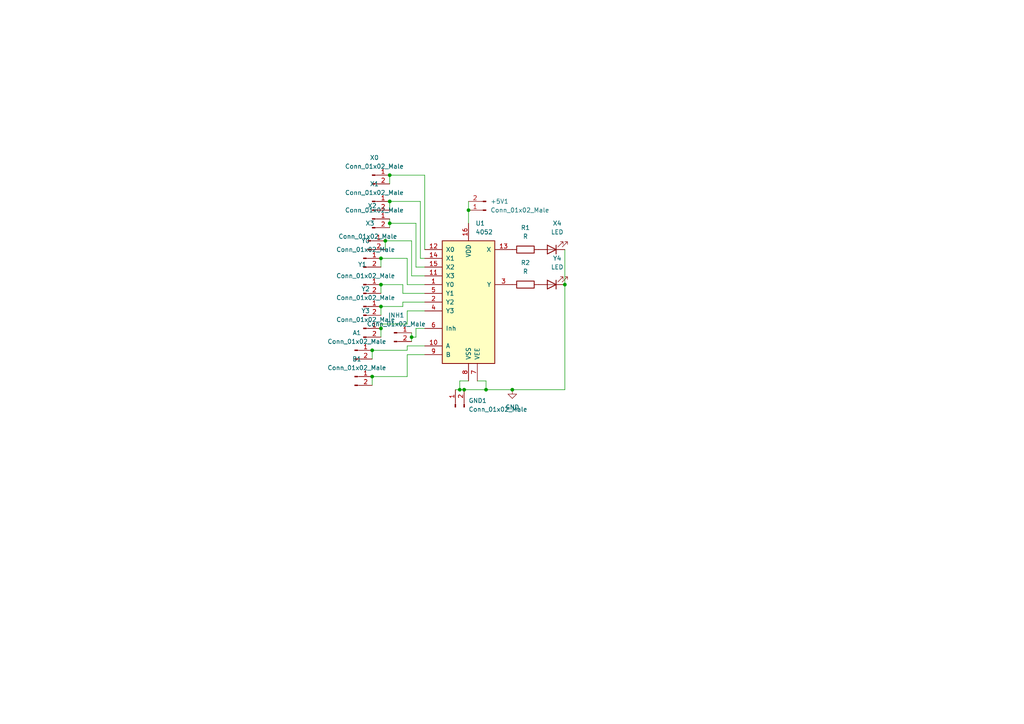
<source format=kicad_sch>
(kicad_sch (version 20211123) (generator eeschema)

  (uuid f8546152-3a66-4c84-acc6-67b6fa0aa69e)

  (paper "A4")

  (lib_symbols
    (symbol "4xxx:4052" (pin_names (offset 1.016)) (in_bom yes) (on_board yes)
      (property "Reference" "U" (id 0) (at -7.62 19.05 0)
        (effects (font (size 1.27 1.27)))
      )
      (property "Value" "4052" (id 1) (at -7.62 -19.05 0)
        (effects (font (size 1.27 1.27)))
      )
      (property "Footprint" "" (id 2) (at 0 0 0)
        (effects (font (size 1.27 1.27)) hide)
      )
      (property "Datasheet" "http://www.intersil.com/content/dam/Intersil/documents/cd40/cd4051bms-52bms-53bms.pdf" (id 3) (at 0 0 0)
        (effects (font (size 1.27 1.27)) hide)
      )
      (property "ki_locked" "" (id 4) (at 0 0 0)
        (effects (font (size 1.27 1.27)))
      )
      (property "ki_keywords" "CMOS MUX MUX4" (id 5) (at 0 0 0)
        (effects (font (size 1.27 1.27)) hide)
      )
      (property "ki_description" "Dual Analog Multiplexer 4 to 1 line" (id 6) (at 0 0 0)
        (effects (font (size 1.27 1.27)) hide)
      )
      (property "ki_fp_filters" "DIP?16*" (id 7) (at 0 0 0)
        (effects (font (size 1.27 1.27)) hide)
      )
      (symbol "4052_1_0"
        (pin passive line (at -12.7 5.08 0) (length 5.08)
          (name "Y0" (effects (font (size 1.27 1.27))))
          (number "1" (effects (font (size 1.27 1.27))))
        )
        (pin input line (at -12.7 -12.7 0) (length 5.08)
          (name "A" (effects (font (size 1.27 1.27))))
          (number "10" (effects (font (size 1.27 1.27))))
        )
        (pin passive line (at -12.7 7.62 0) (length 5.08)
          (name "X3" (effects (font (size 1.27 1.27))))
          (number "11" (effects (font (size 1.27 1.27))))
        )
        (pin passive line (at -12.7 15.24 0) (length 5.08)
          (name "X0" (effects (font (size 1.27 1.27))))
          (number "12" (effects (font (size 1.27 1.27))))
        )
        (pin passive line (at 12.7 15.24 180) (length 5.08)
          (name "X" (effects (font (size 1.27 1.27))))
          (number "13" (effects (font (size 1.27 1.27))))
        )
        (pin passive line (at -12.7 12.7 0) (length 5.08)
          (name "X1" (effects (font (size 1.27 1.27))))
          (number "14" (effects (font (size 1.27 1.27))))
        )
        (pin passive line (at -12.7 10.16 0) (length 5.08)
          (name "X2" (effects (font (size 1.27 1.27))))
          (number "15" (effects (font (size 1.27 1.27))))
        )
        (pin power_in line (at 0 22.86 270) (length 5.08)
          (name "VDD" (effects (font (size 1.27 1.27))))
          (number "16" (effects (font (size 1.27 1.27))))
        )
        (pin passive line (at -12.7 0 0) (length 5.08)
          (name "Y2" (effects (font (size 1.27 1.27))))
          (number "2" (effects (font (size 1.27 1.27))))
        )
        (pin passive line (at 12.7 5.08 180) (length 5.08)
          (name "Y" (effects (font (size 1.27 1.27))))
          (number "3" (effects (font (size 1.27 1.27))))
        )
        (pin passive line (at -12.7 -2.54 0) (length 5.08)
          (name "Y3" (effects (font (size 1.27 1.27))))
          (number "4" (effects (font (size 1.27 1.27))))
        )
        (pin passive line (at -12.7 2.54 0) (length 5.08)
          (name "Y1" (effects (font (size 1.27 1.27))))
          (number "5" (effects (font (size 1.27 1.27))))
        )
        (pin input line (at -12.7 -7.62 0) (length 5.08)
          (name "Inh" (effects (font (size 1.27 1.27))))
          (number "6" (effects (font (size 1.27 1.27))))
        )
        (pin power_in line (at 2.54 -22.86 90) (length 5.08)
          (name "VEE" (effects (font (size 1.27 1.27))))
          (number "7" (effects (font (size 1.27 1.27))))
        )
        (pin power_in line (at 0 -22.86 90) (length 5.08)
          (name "VSS" (effects (font (size 1.27 1.27))))
          (number "8" (effects (font (size 1.27 1.27))))
        )
        (pin input line (at -12.7 -15.24 0) (length 5.08)
          (name "B" (effects (font (size 1.27 1.27))))
          (number "9" (effects (font (size 1.27 1.27))))
        )
      )
      (symbol "4052_1_1"
        (rectangle (start -7.62 17.78) (end 7.62 -17.78)
          (stroke (width 0.254) (type default) (color 0 0 0 0))
          (fill (type background))
        )
      )
    )
    (symbol "Connector:Conn_01x02_Male" (pin_names (offset 1.016) hide) (in_bom yes) (on_board yes)
      (property "Reference" "J" (id 0) (at 0 2.54 0)
        (effects (font (size 1.27 1.27)))
      )
      (property "Value" "Conn_01x02_Male" (id 1) (at 0 -5.08 0)
        (effects (font (size 1.27 1.27)))
      )
      (property "Footprint" "" (id 2) (at 0 0 0)
        (effects (font (size 1.27 1.27)) hide)
      )
      (property "Datasheet" "~" (id 3) (at 0 0 0)
        (effects (font (size 1.27 1.27)) hide)
      )
      (property "ki_keywords" "connector" (id 4) (at 0 0 0)
        (effects (font (size 1.27 1.27)) hide)
      )
      (property "ki_description" "Generic connector, single row, 01x02, script generated (kicad-library-utils/schlib/autogen/connector/)" (id 5) (at 0 0 0)
        (effects (font (size 1.27 1.27)) hide)
      )
      (property "ki_fp_filters" "Connector*:*_1x??_*" (id 6) (at 0 0 0)
        (effects (font (size 1.27 1.27)) hide)
      )
      (symbol "Conn_01x02_Male_1_1"
        (polyline
          (pts
            (xy 1.27 -2.54)
            (xy 0.8636 -2.54)
          )
          (stroke (width 0.1524) (type default) (color 0 0 0 0))
          (fill (type none))
        )
        (polyline
          (pts
            (xy 1.27 0)
            (xy 0.8636 0)
          )
          (stroke (width 0.1524) (type default) (color 0 0 0 0))
          (fill (type none))
        )
        (rectangle (start 0.8636 -2.413) (end 0 -2.667)
          (stroke (width 0.1524) (type default) (color 0 0 0 0))
          (fill (type outline))
        )
        (rectangle (start 0.8636 0.127) (end 0 -0.127)
          (stroke (width 0.1524) (type default) (color 0 0 0 0))
          (fill (type outline))
        )
        (pin passive line (at 5.08 0 180) (length 3.81)
          (name "Pin_1" (effects (font (size 1.27 1.27))))
          (number "1" (effects (font (size 1.27 1.27))))
        )
        (pin passive line (at 5.08 -2.54 180) (length 3.81)
          (name "Pin_2" (effects (font (size 1.27 1.27))))
          (number "2" (effects (font (size 1.27 1.27))))
        )
      )
    )
    (symbol "Device:LED" (pin_numbers hide) (pin_names (offset 1.016) hide) (in_bom yes) (on_board yes)
      (property "Reference" "D" (id 0) (at 0 2.54 0)
        (effects (font (size 1.27 1.27)))
      )
      (property "Value" "LED" (id 1) (at 0 -2.54 0)
        (effects (font (size 1.27 1.27)))
      )
      (property "Footprint" "" (id 2) (at 0 0 0)
        (effects (font (size 1.27 1.27)) hide)
      )
      (property "Datasheet" "~" (id 3) (at 0 0 0)
        (effects (font (size 1.27 1.27)) hide)
      )
      (property "ki_keywords" "LED diode" (id 4) (at 0 0 0)
        (effects (font (size 1.27 1.27)) hide)
      )
      (property "ki_description" "Light emitting diode" (id 5) (at 0 0 0)
        (effects (font (size 1.27 1.27)) hide)
      )
      (property "ki_fp_filters" "LED* LED_SMD:* LED_THT:*" (id 6) (at 0 0 0)
        (effects (font (size 1.27 1.27)) hide)
      )
      (symbol "LED_0_1"
        (polyline
          (pts
            (xy -1.27 -1.27)
            (xy -1.27 1.27)
          )
          (stroke (width 0.254) (type default) (color 0 0 0 0))
          (fill (type none))
        )
        (polyline
          (pts
            (xy -1.27 0)
            (xy 1.27 0)
          )
          (stroke (width 0) (type default) (color 0 0 0 0))
          (fill (type none))
        )
        (polyline
          (pts
            (xy 1.27 -1.27)
            (xy 1.27 1.27)
            (xy -1.27 0)
            (xy 1.27 -1.27)
          )
          (stroke (width 0.254) (type default) (color 0 0 0 0))
          (fill (type none))
        )
        (polyline
          (pts
            (xy -3.048 -0.762)
            (xy -4.572 -2.286)
            (xy -3.81 -2.286)
            (xy -4.572 -2.286)
            (xy -4.572 -1.524)
          )
          (stroke (width 0) (type default) (color 0 0 0 0))
          (fill (type none))
        )
        (polyline
          (pts
            (xy -1.778 -0.762)
            (xy -3.302 -2.286)
            (xy -2.54 -2.286)
            (xy -3.302 -2.286)
            (xy -3.302 -1.524)
          )
          (stroke (width 0) (type default) (color 0 0 0 0))
          (fill (type none))
        )
      )
      (symbol "LED_1_1"
        (pin passive line (at -3.81 0 0) (length 2.54)
          (name "K" (effects (font (size 1.27 1.27))))
          (number "1" (effects (font (size 1.27 1.27))))
        )
        (pin passive line (at 3.81 0 180) (length 2.54)
          (name "A" (effects (font (size 1.27 1.27))))
          (number "2" (effects (font (size 1.27 1.27))))
        )
      )
    )
    (symbol "Device:R" (pin_numbers hide) (pin_names (offset 0)) (in_bom yes) (on_board yes)
      (property "Reference" "R" (id 0) (at 2.032 0 90)
        (effects (font (size 1.27 1.27)))
      )
      (property "Value" "R" (id 1) (at 0 0 90)
        (effects (font (size 1.27 1.27)))
      )
      (property "Footprint" "" (id 2) (at -1.778 0 90)
        (effects (font (size 1.27 1.27)) hide)
      )
      (property "Datasheet" "~" (id 3) (at 0 0 0)
        (effects (font (size 1.27 1.27)) hide)
      )
      (property "ki_keywords" "R res resistor" (id 4) (at 0 0 0)
        (effects (font (size 1.27 1.27)) hide)
      )
      (property "ki_description" "Resistor" (id 5) (at 0 0 0)
        (effects (font (size 1.27 1.27)) hide)
      )
      (property "ki_fp_filters" "R_*" (id 6) (at 0 0 0)
        (effects (font (size 1.27 1.27)) hide)
      )
      (symbol "R_0_1"
        (rectangle (start -1.016 -2.54) (end 1.016 2.54)
          (stroke (width 0.254) (type default) (color 0 0 0 0))
          (fill (type none))
        )
      )
      (symbol "R_1_1"
        (pin passive line (at 0 3.81 270) (length 1.27)
          (name "~" (effects (font (size 1.27 1.27))))
          (number "1" (effects (font (size 1.27 1.27))))
        )
        (pin passive line (at 0 -3.81 90) (length 1.27)
          (name "~" (effects (font (size 1.27 1.27))))
          (number "2" (effects (font (size 1.27 1.27))))
        )
      )
    )
    (symbol "power:GND" (power) (pin_names (offset 0)) (in_bom yes) (on_board yes)
      (property "Reference" "#PWR" (id 0) (at 0 -6.35 0)
        (effects (font (size 1.27 1.27)) hide)
      )
      (property "Value" "GND" (id 1) (at 0 -3.81 0)
        (effects (font (size 1.27 1.27)))
      )
      (property "Footprint" "" (id 2) (at 0 0 0)
        (effects (font (size 1.27 1.27)) hide)
      )
      (property "Datasheet" "" (id 3) (at 0 0 0)
        (effects (font (size 1.27 1.27)) hide)
      )
      (property "ki_keywords" "power-flag" (id 4) (at 0 0 0)
        (effects (font (size 1.27 1.27)) hide)
      )
      (property "ki_description" "Power symbol creates a global label with name \"GND\" , ground" (id 5) (at 0 0 0)
        (effects (font (size 1.27 1.27)) hide)
      )
      (symbol "GND_0_1"
        (polyline
          (pts
            (xy 0 0)
            (xy 0 -1.27)
            (xy 1.27 -1.27)
            (xy 0 -2.54)
            (xy -1.27 -1.27)
            (xy 0 -1.27)
          )
          (stroke (width 0) (type default) (color 0 0 0 0))
          (fill (type none))
        )
      )
      (symbol "GND_1_1"
        (pin power_in line (at 0 0 270) (length 0) hide
          (name "GND" (effects (font (size 1.27 1.27))))
          (number "1" (effects (font (size 1.27 1.27))))
        )
      )
    )
  )

  (junction (at 111.76 69.85) (diameter 0) (color 0 0 0 0)
    (uuid 0befd0c9-91ee-417b-980a-ca76599ba9cf)
  )
  (junction (at 110.49 88.9) (diameter 0) (color 0 0 0 0)
    (uuid 193eab22-0cd8-4271-8fb9-a2dbd29357cf)
  )
  (junction (at 148.59 113.03) (diameter 0) (color 0 0 0 0)
    (uuid 1d3a8870-804b-4c43-a3c2-d9aee3c398ed)
  )
  (junction (at 140.97 113.03) (diameter 0) (color 0 0 0 0)
    (uuid 30138682-80a0-4d6e-9f68-1287ecbdb74c)
  )
  (junction (at 133.35 113.03) (diameter 0) (color 0 0 0 0)
    (uuid 45b7e008-c36c-465f-be37-422d4a1661bf)
  )
  (junction (at 134.62 113.03) (diameter 0) (color 0 0 0 0)
    (uuid 5858ad41-fb93-4505-b38f-17819fe60d37)
  )
  (junction (at 135.89 60.96) (diameter 0) (color 0 0 0 0)
    (uuid 600e20f9-384d-4571-803d-d804e4711a91)
  )
  (junction (at 113.03 58.42) (diameter 0) (color 0 0 0 0)
    (uuid 63482cf0-38c9-40ef-b8b9-ae12ffde615c)
  )
  (junction (at 113.03 50.8) (diameter 0) (color 0 0 0 0)
    (uuid 73f5f1d4-64b1-475c-9c61-25c085231fc7)
  )
  (junction (at 110.49 74.93) (diameter 0) (color 0 0 0 0)
    (uuid 8bf81c29-ac16-40b7-8d95-e5dd6b976c1e)
  )
  (junction (at 107.95 101.6) (diameter 0) (color 0 0 0 0)
    (uuid 97d79115-f8b2-4730-bdac-9614b69a42ec)
  )
  (junction (at 107.95 109.22) (diameter 0) (color 0 0 0 0)
    (uuid 9c6ba976-6de5-4a86-a3da-413073ae8de7)
  )
  (junction (at 163.83 82.55) (diameter 0) (color 0 0 0 0)
    (uuid a5d9545f-db32-438a-b4fd-e6f30498fb97)
  )
  (junction (at 110.49 95.25) (diameter 0) (color 0 0 0 0)
    (uuid db140c22-eb0b-44ec-ad69-28fdb01a05cd)
  )
  (junction (at 113.03 64.77) (diameter 0) (color 0 0 0 0)
    (uuid e19de826-672f-49cb-ba0a-9feb3bf8fb5a)
  )
  (junction (at 119.38 97.79) (diameter 0) (color 0 0 0 0)
    (uuid e5981e83-f13a-41ce-94ce-01dc92791785)
  )
  (junction (at 110.49 82.55) (diameter 0) (color 0 0 0 0)
    (uuid f9eace6e-3b0e-48d1-bda0-cd7fe8289f21)
  )

  (wire (pts (xy 110.49 88.9) (xy 110.49 91.44))
    (stroke (width 0) (type default) (color 0 0 0 0))
    (uuid 01ece6b9-0d4f-4c59-bb5f-38146d7ff1c7)
  )
  (wire (pts (xy 113.03 64.77) (xy 113.03 66.04))
    (stroke (width 0) (type default) (color 0 0 0 0))
    (uuid 05ddd34b-c69d-4653-b173-9f32c9a4d243)
  )
  (wire (pts (xy 116.84 82.55) (xy 116.84 85.09))
    (stroke (width 0) (type default) (color 0 0 0 0))
    (uuid 072247b3-1b00-49a7-94e2-64a7ec5f0300)
  )
  (wire (pts (xy 163.83 72.39) (xy 163.83 82.55))
    (stroke (width 0) (type default) (color 0 0 0 0))
    (uuid 0b711245-3ff1-4106-94fa-ea5551807d95)
  )
  (wire (pts (xy 123.19 77.47) (xy 120.65 77.47))
    (stroke (width 0) (type default) (color 0 0 0 0))
    (uuid 134a0d7c-cbd1-476b-b1eb-371cf10bf1d5)
  )
  (wire (pts (xy 110.49 95.25) (xy 110.49 93.98))
    (stroke (width 0) (type default) (color 0 0 0 0))
    (uuid 15af85e5-e97f-4ba6-a390-e50e8e383278)
  )
  (wire (pts (xy 120.65 95.25) (xy 120.65 97.79))
    (stroke (width 0) (type default) (color 0 0 0 0))
    (uuid 1c057242-560d-47d6-b5d3-a49a31ad3f08)
  )
  (wire (pts (xy 135.89 110.49) (xy 133.35 110.49))
    (stroke (width 0) (type default) (color 0 0 0 0))
    (uuid 226d3722-371f-4fd3-820a-c3713948ab95)
  )
  (wire (pts (xy 110.49 77.47) (xy 110.49 74.93))
    (stroke (width 0) (type default) (color 0 0 0 0))
    (uuid 22e5b57e-aae9-4031-a758-ba0438a1369c)
  )
  (wire (pts (xy 163.83 82.55) (xy 163.83 113.03))
    (stroke (width 0) (type default) (color 0 0 0 0))
    (uuid 27d4da8e-ec45-4dbf-a77a-25f2dcf50b65)
  )
  (wire (pts (xy 116.84 85.09) (xy 123.19 85.09))
    (stroke (width 0) (type default) (color 0 0 0 0))
    (uuid 280ed469-2622-43f5-a43e-079b2b673202)
  )
  (wire (pts (xy 119.38 96.52) (xy 119.38 97.79))
    (stroke (width 0) (type default) (color 0 0 0 0))
    (uuid 285b66cc-c2b5-4840-b374-f50d29416a34)
  )
  (wire (pts (xy 116.84 87.63) (xy 123.19 87.63))
    (stroke (width 0) (type default) (color 0 0 0 0))
    (uuid 29358fcb-20a7-45fd-b2c3-f8bc0367ed73)
  )
  (wire (pts (xy 113.03 58.42) (xy 113.03 60.96))
    (stroke (width 0) (type default) (color 0 0 0 0))
    (uuid 3178a451-a4a6-4e85-8da3-e0e7ffde38b2)
  )
  (wire (pts (xy 110.49 95.25) (xy 110.49 97.79))
    (stroke (width 0) (type default) (color 0 0 0 0))
    (uuid 33ebd113-7fa6-484e-b083-a49ad8472fbb)
  )
  (wire (pts (xy 118.11 93.98) (xy 118.11 90.17))
    (stroke (width 0) (type default) (color 0 0 0 0))
    (uuid 367351ec-aa54-43fa-88b7-c6a107b8fe68)
  )
  (wire (pts (xy 121.92 58.42) (xy 121.92 74.93))
    (stroke (width 0) (type default) (color 0 0 0 0))
    (uuid 36dcc49e-34d4-4aee-a536-d2f9745c905e)
  )
  (wire (pts (xy 118.11 102.87) (xy 123.19 102.87))
    (stroke (width 0) (type default) (color 0 0 0 0))
    (uuid 3801de25-3c3a-4e6c-a1bb-baf71ac4ed0c)
  )
  (wire (pts (xy 140.97 113.03) (xy 148.59 113.03))
    (stroke (width 0) (type default) (color 0 0 0 0))
    (uuid 3a6331f1-9739-4584-bae1-696dda2d3bd2)
  )
  (wire (pts (xy 132.08 113.03) (xy 133.35 113.03))
    (stroke (width 0) (type default) (color 0 0 0 0))
    (uuid 3ca7f901-16db-4e0b-a922-11c9f7ffdf16)
  )
  (wire (pts (xy 118.11 100.33) (xy 123.19 100.33))
    (stroke (width 0) (type default) (color 0 0 0 0))
    (uuid 49fd597e-7c1a-4867-86d8-30bf6e289f25)
  )
  (wire (pts (xy 123.19 72.39) (xy 123.19 50.8))
    (stroke (width 0) (type default) (color 0 0 0 0))
    (uuid 4c22df05-d913-4d22-898e-81871a917cd9)
  )
  (wire (pts (xy 110.49 74.93) (xy 118.11 74.93))
    (stroke (width 0) (type default) (color 0 0 0 0))
    (uuid 4ea98dd5-28c7-4d6e-8799-9c39e5f917c0)
  )
  (wire (pts (xy 119.38 97.79) (xy 119.38 99.06))
    (stroke (width 0) (type default) (color 0 0 0 0))
    (uuid 51a1ac9e-1d54-4868-bf66-0883baa7e642)
  )
  (wire (pts (xy 148.59 113.03) (xy 163.83 113.03))
    (stroke (width 0) (type default) (color 0 0 0 0))
    (uuid 5646ce5b-2624-468d-9c0f-3b517c0849c8)
  )
  (wire (pts (xy 135.89 60.96) (xy 135.89 64.77))
    (stroke (width 0) (type default) (color 0 0 0 0))
    (uuid 58a4f396-a641-4a59-bb01-401f737d87ed)
  )
  (wire (pts (xy 123.19 50.8) (xy 113.03 50.8))
    (stroke (width 0) (type default) (color 0 0 0 0))
    (uuid 59652d15-bdc0-42d9-a309-0af9030acc9b)
  )
  (wire (pts (xy 111.76 69.85) (xy 119.38 69.85))
    (stroke (width 0) (type default) (color 0 0 0 0))
    (uuid 59c2a0a1-84e9-4c0d-ba12-d3ba427e64b4)
  )
  (wire (pts (xy 133.35 110.49) (xy 133.35 113.03))
    (stroke (width 0) (type default) (color 0 0 0 0))
    (uuid 59d90307-e553-49df-b20d-639e56fdd6ba)
  )
  (wire (pts (xy 110.49 88.9) (xy 116.84 88.9))
    (stroke (width 0) (type default) (color 0 0 0 0))
    (uuid 5c27ffab-d4a4-4784-8ca5-f89fa18d92b2)
  )
  (wire (pts (xy 118.11 90.17) (xy 123.19 90.17))
    (stroke (width 0) (type default) (color 0 0 0 0))
    (uuid 5d5b6e4e-07d9-4ab7-8519-070cef02e460)
  )
  (wire (pts (xy 119.38 80.01) (xy 123.19 80.01))
    (stroke (width 0) (type default) (color 0 0 0 0))
    (uuid 5ec2f50e-1b4f-4a1e-9106-73c2cd888cce)
  )
  (wire (pts (xy 111.76 69.85) (xy 111.76 72.39))
    (stroke (width 0) (type default) (color 0 0 0 0))
    (uuid 669c88af-b1e6-431f-b975-06e6b9b87ed6)
  )
  (wire (pts (xy 119.38 69.85) (xy 119.38 80.01))
    (stroke (width 0) (type default) (color 0 0 0 0))
    (uuid 69f7fbf0-b9cc-42f1-ab81-b1c607db58d3)
  )
  (wire (pts (xy 113.03 63.5) (xy 113.03 64.77))
    (stroke (width 0) (type default) (color 0 0 0 0))
    (uuid 6aa27c1b-bb2c-4de1-be32-900fdbeb8c32)
  )
  (wire (pts (xy 121.92 74.93) (xy 123.19 74.93))
    (stroke (width 0) (type default) (color 0 0 0 0))
    (uuid 6aa82780-572c-4673-a648-e0f28e9c2309)
  )
  (wire (pts (xy 118.11 82.55) (xy 123.19 82.55))
    (stroke (width 0) (type default) (color 0 0 0 0))
    (uuid 6dd63bfa-a80e-4ce7-9240-126bb8721347)
  )
  (wire (pts (xy 134.62 113.03) (xy 140.97 113.03))
    (stroke (width 0) (type default) (color 0 0 0 0))
    (uuid 729b5abe-5f7c-40d0-b998-1eaa38db36f7)
  )
  (wire (pts (xy 107.95 109.22) (xy 107.95 111.76))
    (stroke (width 0) (type default) (color 0 0 0 0))
    (uuid 7b8f5a46-d88a-4fda-b182-a03ec6e10eac)
  )
  (wire (pts (xy 140.97 110.49) (xy 140.97 113.03))
    (stroke (width 0) (type default) (color 0 0 0 0))
    (uuid 7cc5d9ca-1174-4f05-92a5-9f3ee1ee1f5c)
  )
  (wire (pts (xy 118.11 101.6) (xy 118.11 100.33))
    (stroke (width 0) (type default) (color 0 0 0 0))
    (uuid 837b40c4-75c9-45ec-a54d-8577ac80a61b)
  )
  (wire (pts (xy 107.95 101.6) (xy 107.95 104.14))
    (stroke (width 0) (type default) (color 0 0 0 0))
    (uuid 8a6e6c41-00c0-46e7-86fc-6de5b5806725)
  )
  (wire (pts (xy 118.11 74.93) (xy 118.11 82.55))
    (stroke (width 0) (type default) (color 0 0 0 0))
    (uuid 9737cdf6-c2bc-44bc-9cd9-07bec3bb9858)
  )
  (wire (pts (xy 113.03 50.8) (xy 113.03 53.34))
    (stroke (width 0) (type default) (color 0 0 0 0))
    (uuid a99c9317-3d53-4524-995d-22947ff81210)
  )
  (wire (pts (xy 110.49 82.55) (xy 110.49 85.09))
    (stroke (width 0) (type default) (color 0 0 0 0))
    (uuid aa7c9949-f220-41bd-9713-9905de0b7a6d)
  )
  (wire (pts (xy 107.95 109.22) (xy 118.11 109.22))
    (stroke (width 0) (type default) (color 0 0 0 0))
    (uuid b06531a0-5420-47b1-ab3c-1324ad6a1f94)
  )
  (wire (pts (xy 135.89 58.42) (xy 135.89 60.96))
    (stroke (width 0) (type default) (color 0 0 0 0))
    (uuid b4d54a49-19fa-4968-8132-1f79bcd9b973)
  )
  (wire (pts (xy 116.84 88.9) (xy 116.84 87.63))
    (stroke (width 0) (type default) (color 0 0 0 0))
    (uuid c993acb6-e942-402f-aeb5-c73218db5dd1)
  )
  (wire (pts (xy 110.49 93.98) (xy 118.11 93.98))
    (stroke (width 0) (type default) (color 0 0 0 0))
    (uuid cad5bb4b-2bb3-4221-99be-3b8909244048)
  )
  (wire (pts (xy 110.49 82.55) (xy 116.84 82.55))
    (stroke (width 0) (type default) (color 0 0 0 0))
    (uuid cb0268a7-b1fe-4f8f-80e2-565e1b5b843d)
  )
  (wire (pts (xy 120.65 64.77) (xy 120.65 77.47))
    (stroke (width 0) (type default) (color 0 0 0 0))
    (uuid cd15cea9-2e5d-4691-9e38-deb0cdd46aa7)
  )
  (wire (pts (xy 107.95 101.6) (xy 118.11 101.6))
    (stroke (width 0) (type default) (color 0 0 0 0))
    (uuid d0af5e26-511e-4740-9f58-c7e2c7bf1775)
  )
  (wire (pts (xy 138.43 110.49) (xy 140.97 110.49))
    (stroke (width 0) (type default) (color 0 0 0 0))
    (uuid d2cc2526-3390-463a-a311-0aecc2ee24e3)
  )
  (wire (pts (xy 118.11 109.22) (xy 118.11 102.87))
    (stroke (width 0) (type default) (color 0 0 0 0))
    (uuid d45999a7-5b10-476a-ac68-8247492404fe)
  )
  (wire (pts (xy 123.19 95.25) (xy 120.65 95.25))
    (stroke (width 0) (type default) (color 0 0 0 0))
    (uuid d828d316-2e37-4ab1-a685-2bd686ae20e4)
  )
  (wire (pts (xy 113.03 64.77) (xy 120.65 64.77))
    (stroke (width 0) (type default) (color 0 0 0 0))
    (uuid e2a3de1e-2a37-46a2-acee-f9a9b91bca4e)
  )
  (wire (pts (xy 120.65 97.79) (xy 119.38 97.79))
    (stroke (width 0) (type default) (color 0 0 0 0))
    (uuid e420a9ae-1ae1-4a6e-a23e-a387050992a8)
  )
  (wire (pts (xy 133.35 113.03) (xy 134.62 113.03))
    (stroke (width 0) (type default) (color 0 0 0 0))
    (uuid e6e904d5-a0b0-484a-8fa8-25a7659dfc10)
  )
  (wire (pts (xy 113.03 58.42) (xy 121.92 58.42))
    (stroke (width 0) (type default) (color 0 0 0 0))
    (uuid f8dfc006-0911-4e94-a67d-d5f77ce1f8da)
  )

  (symbol (lib_id "Device:R") (at 152.4 82.55 90) (unit 1)
    (in_bom yes) (on_board yes) (fields_autoplaced)
    (uuid 000fc9ef-02d0-4068-9fd6-9dcf5e76b237)
    (property "Reference" "R2" (id 0) (at 152.4 76.2 90))
    (property "Value" "R" (id 1) (at 152.4 78.74 90))
    (property "Footprint" "Resistor_THT:R_Axial_DIN0207_L6.3mm_D2.5mm_P10.16mm_Horizontal" (id 2) (at 152.4 84.328 90)
      (effects (font (size 1.27 1.27)) hide)
    )
    (property "Datasheet" "~" (id 3) (at 152.4 82.55 0)
      (effects (font (size 1.27 1.27)) hide)
    )
    (pin "1" (uuid 84b4acac-963d-4651-aacd-4b19f32b32ac))
    (pin "2" (uuid 4de09202-d588-47d6-9766-da455eefda15))
  )

  (symbol (lib_id "Connector:Conn_01x02_Male") (at 114.3 96.52 0) (unit 1)
    (in_bom yes) (on_board yes) (fields_autoplaced)
    (uuid 0519d80f-5820-420c-bd48-c5eec9bb7191)
    (property "Reference" "INH1" (id 0) (at 114.935 91.44 0))
    (property "Value" "Conn_01x02_Male" (id 1) (at 114.935 93.98 0))
    (property "Footprint" "Connector_PinHeader_2.54mm:PinHeader_1x02_P2.54mm_Vertical" (id 2) (at 114.3 96.52 0)
      (effects (font (size 1.27 1.27)) hide)
    )
    (property "Datasheet" "~" (id 3) (at 114.3 96.52 0)
      (effects (font (size 1.27 1.27)) hide)
    )
    (pin "1" (uuid 82c4efe7-c943-4d90-8aaf-140880d976c8))
    (pin "2" (uuid debd891c-a9cb-4b55-b771-6acda449332e))
  )

  (symbol (lib_id "Connector:Conn_01x02_Male") (at 105.41 88.9 0) (unit 1)
    (in_bom yes) (on_board yes) (fields_autoplaced)
    (uuid 24abad6e-4903-495c-b312-f1085840791d)
    (property "Reference" "Y2" (id 0) (at 106.045 83.82 0))
    (property "Value" "Conn_01x02_Male" (id 1) (at 106.045 86.36 0))
    (property "Footprint" "Connector_PinHeader_2.54mm:PinHeader_1x02_P2.54mm_Vertical" (id 2) (at 105.41 88.9 0)
      (effects (font (size 1.27 1.27)) hide)
    )
    (property "Datasheet" "~" (id 3) (at 105.41 88.9 0)
      (effects (font (size 1.27 1.27)) hide)
    )
    (pin "1" (uuid c6227fdf-2afb-4f55-b081-1ce60efbd19f))
    (pin "2" (uuid 2c65291b-f7e2-4efd-bd91-6d7d4889da8a))
  )

  (symbol (lib_id "Device:LED") (at 160.02 82.55 180) (unit 1)
    (in_bom yes) (on_board yes) (fields_autoplaced)
    (uuid 292ce890-b806-48c1-9c3c-d49e04d11029)
    (property "Reference" "Y4" (id 0) (at 161.6075 74.93 0))
    (property "Value" "LED" (id 1) (at 161.6075 77.47 0))
    (property "Footprint" "LED_THT:LED_D5.0mm" (id 2) (at 160.02 82.55 0)
      (effects (font (size 1.27 1.27)) hide)
    )
    (property "Datasheet" "~" (id 3) (at 160.02 82.55 0)
      (effects (font (size 1.27 1.27)) hide)
    )
    (pin "1" (uuid c5f3c09c-0e28-4072-8012-8e6930d25b7d))
    (pin "2" (uuid 3b0f43c8-7ebe-49f2-87ea-1c6118435cc0))
  )

  (symbol (lib_id "Connector:Conn_01x02_Male") (at 105.41 82.55 0) (unit 1)
    (in_bom yes) (on_board yes)
    (uuid 2bf257fa-1513-4034-8569-d9afc67e1a50)
    (property "Reference" "Y1" (id 0) (at 105.0722 76.7093 0))
    (property "Value" "Conn_01x02_Male" (id 1) (at 106.045 80.01 0))
    (property "Footprint" "Connector_PinHeader_2.54mm:PinHeader_1x02_P2.54mm_Vertical" (id 2) (at 105.41 82.55 0)
      (effects (font (size 1.27 1.27)) hide)
    )
    (property "Datasheet" "~" (id 3) (at 105.41 82.55 0)
      (effects (font (size 1.27 1.27)) hide)
    )
    (pin "1" (uuid d9fa78e8-8a1b-42d0-a246-6161f7468f7a))
    (pin "2" (uuid 2b9b93af-9d32-49f0-828b-30b5bcf127d8))
  )

  (symbol (lib_id "power:GND") (at 148.59 113.03 0) (unit 1)
    (in_bom yes) (on_board yes) (fields_autoplaced)
    (uuid 50f32ed8-33e4-4671-9e00-acd4f648a2bf)
    (property "Reference" "#PWR0101" (id 0) (at 148.59 119.38 0)
      (effects (font (size 1.27 1.27)) hide)
    )
    (property "Value" "GND" (id 1) (at 148.59 118.11 0))
    (property "Footprint" "" (id 2) (at 148.59 113.03 0)
      (effects (font (size 1.27 1.27)) hide)
    )
    (property "Datasheet" "" (id 3) (at 148.59 113.03 0)
      (effects (font (size 1.27 1.27)) hide)
    )
    (pin "1" (uuid 39c18967-1621-48ed-85c0-0d22b74b112e))
  )

  (symbol (lib_id "Connector:Conn_01x02_Male") (at 106.68 69.85 0) (unit 1)
    (in_bom yes) (on_board yes)
    (uuid 541215b5-0b71-4141-8e3e-1b5cd7d63980)
    (property "Reference" "X3" (id 0) (at 107.315 64.77 0))
    (property "Value" "Conn_01x02_Male" (id 1) (at 106.68 68.58 0))
    (property "Footprint" "Connector_PinHeader_2.54mm:PinHeader_1x02_P2.54mm_Vertical" (id 2) (at 106.68 69.85 0)
      (effects (font (size 1.27 1.27)) hide)
    )
    (property "Datasheet" "~" (id 3) (at 106.68 69.85 0)
      (effects (font (size 1.27 1.27)) hide)
    )
    (pin "1" (uuid 491f265f-70c0-4eb7-88b2-6614112a6200))
    (pin "2" (uuid 0a42f4cb-f4eb-4a4b-b761-a2e587edd90f))
  )

  (symbol (lib_id "Connector:Conn_01x02_Male") (at 132.08 118.11 90) (unit 1)
    (in_bom yes) (on_board yes) (fields_autoplaced)
    (uuid 5ecfc3f0-d998-4f8c-b7ed-c4db27affb50)
    (property "Reference" "GND1" (id 0) (at 135.89 116.2049 90)
      (effects (font (size 1.27 1.27)) (justify right))
    )
    (property "Value" "Conn_01x02_Male" (id 1) (at 135.89 118.7449 90)
      (effects (font (size 1.27 1.27)) (justify right))
    )
    (property "Footprint" "Connector_PinHeader_2.54mm:PinHeader_1x02_P2.54mm_Vertical" (id 2) (at 132.08 118.11 0)
      (effects (font (size 1.27 1.27)) hide)
    )
    (property "Datasheet" "~" (id 3) (at 132.08 118.11 0)
      (effects (font (size 1.27 1.27)) hide)
    )
    (pin "1" (uuid da999986-f19f-47a3-9321-0f6ec367cc95))
    (pin "2" (uuid d7d786fe-3105-48b5-8a71-def0d7eb124e))
  )

  (symbol (lib_id "Connector:Conn_01x02_Male") (at 102.87 101.6 0) (unit 1)
    (in_bom yes) (on_board yes) (fields_autoplaced)
    (uuid 6af5a540-4f06-4cf8-a19b-e4ebcf4c2836)
    (property "Reference" "A1" (id 0) (at 103.505 96.52 0))
    (property "Value" "Conn_01x02_Male" (id 1) (at 103.505 99.06 0))
    (property "Footprint" "Connector_PinHeader_2.54mm:PinHeader_1x02_P2.54mm_Vertical" (id 2) (at 102.87 101.6 0)
      (effects (font (size 1.27 1.27)) hide)
    )
    (property "Datasheet" "~" (id 3) (at 102.87 101.6 0)
      (effects (font (size 1.27 1.27)) hide)
    )
    (pin "1" (uuid e6ada820-3cc7-4b37-84e6-3850fb005f11))
    (pin "2" (uuid c7bc5b84-59f8-479f-be91-b6a8f8c153f2))
  )

  (symbol (lib_id "Connector:Conn_01x02_Male") (at 107.95 50.8 0) (unit 1)
    (in_bom yes) (on_board yes) (fields_autoplaced)
    (uuid 9624a28d-47b1-49aa-bb0d-162f2ae5bc91)
    (property "Reference" "X0" (id 0) (at 108.585 45.72 0))
    (property "Value" "Conn_01x02_Male" (id 1) (at 108.585 48.26 0))
    (property "Footprint" "Connector_PinHeader_2.54mm:PinHeader_1x02_P2.54mm_Vertical" (id 2) (at 107.95 50.8 0)
      (effects (font (size 1.27 1.27)) hide)
    )
    (property "Datasheet" "~" (id 3) (at 107.95 50.8 0)
      (effects (font (size 1.27 1.27)) hide)
    )
    (pin "1" (uuid 4693153e-efb0-4b4d-8b18-4aac22221880))
    (pin "2" (uuid aa9249b0-a1bb-4193-a184-b85507e190cd))
  )

  (symbol (lib_id "Device:R") (at 152.4 72.39 90) (unit 1)
    (in_bom yes) (on_board yes) (fields_autoplaced)
    (uuid a4415652-baa2-4139-86f2-859af2478c59)
    (property "Reference" "R1" (id 0) (at 152.4 66.04 90))
    (property "Value" "R" (id 1) (at 152.4 68.58 90))
    (property "Footprint" "Resistor_THT:R_Axial_DIN0207_L6.3mm_D2.5mm_P10.16mm_Horizontal" (id 2) (at 152.4 74.168 90)
      (effects (font (size 1.27 1.27)) hide)
    )
    (property "Datasheet" "~" (id 3) (at 152.4 72.39 0)
      (effects (font (size 1.27 1.27)) hide)
    )
    (pin "1" (uuid 456a71fa-8053-4bdd-b1ad-9a0e6f64d32d))
    (pin "2" (uuid 6fe70c81-2cf5-4803-b4d8-8865609ef71e))
  )

  (symbol (lib_id "Connector:Conn_01x02_Male") (at 105.41 95.25 0) (unit 1)
    (in_bom yes) (on_board yes) (fields_autoplaced)
    (uuid ae3c5414-febf-49cd-a146-650e81ffbe91)
    (property "Reference" "Y3" (id 0) (at 106.045 90.17 0))
    (property "Value" "Conn_01x02_Male" (id 1) (at 106.045 92.71 0))
    (property "Footprint" "Connector_PinHeader_2.54mm:PinHeader_1x02_P2.54mm_Vertical" (id 2) (at 105.41 95.25 0)
      (effects (font (size 1.27 1.27)) hide)
    )
    (property "Datasheet" "~" (id 3) (at 105.41 95.25 0)
      (effects (font (size 1.27 1.27)) hide)
    )
    (pin "1" (uuid efece5fe-ec70-446a-bd35-e4223df9770e))
    (pin "2" (uuid 073f7adb-41e4-4ab7-8d67-0611595e701c))
  )

  (symbol (lib_id "Device:LED") (at 160.02 72.39 180) (unit 1)
    (in_bom yes) (on_board yes) (fields_autoplaced)
    (uuid b253af4c-0511-411c-b208-9dcab8e5511e)
    (property "Reference" "X4" (id 0) (at 161.6075 64.77 0))
    (property "Value" "LED" (id 1) (at 161.6075 67.31 0))
    (property "Footprint" "LED_THT:LED_D5.0mm" (id 2) (at 160.02 72.39 0)
      (effects (font (size 1.27 1.27)) hide)
    )
    (property "Datasheet" "~" (id 3) (at 160.02 72.39 0)
      (effects (font (size 1.27 1.27)) hide)
    )
    (pin "1" (uuid ff6edfa4-882f-4ca5-a6d5-19c0c0ba3dcc))
    (pin "2" (uuid caf971cc-b460-4046-bfaf-63c473fccb3f))
  )

  (symbol (lib_id "Connector:Conn_01x02_Male") (at 105.41 74.93 0) (unit 1)
    (in_bom yes) (on_board yes) (fields_autoplaced)
    (uuid b601cead-e63a-4e1e-a7eb-85c34d34889c)
    (property "Reference" "Y0" (id 0) (at 106.045 69.85 0))
    (property "Value" "Conn_01x02_Male" (id 1) (at 106.045 72.39 0))
    (property "Footprint" "Connector_PinHeader_2.54mm:PinHeader_1x02_P2.54mm_Vertical" (id 2) (at 105.41 74.93 0)
      (effects (font (size 1.27 1.27)) hide)
    )
    (property "Datasheet" "~" (id 3) (at 105.41 74.93 0)
      (effects (font (size 1.27 1.27)) hide)
    )
    (pin "1" (uuid 2c296041-4dba-40ca-b70d-0a5105a8cc53))
    (pin "2" (uuid 944ab8d0-a81f-49c3-a5c4-48d55c38369e))
  )

  (symbol (lib_id "Connector:Conn_01x02_Male") (at 107.95 58.42 0) (unit 1)
    (in_bom yes) (on_board yes) (fields_autoplaced)
    (uuid c155d7ed-e996-4aba-9734-ef47fcb2f08e)
    (property "Reference" "X1" (id 0) (at 108.585 53.34 0))
    (property "Value" "Conn_01x02_Male" (id 1) (at 108.585 55.88 0))
    (property "Footprint" "Connector_PinHeader_2.54mm:PinHeader_1x02_P2.54mm_Vertical" (id 2) (at 107.95 58.42 0)
      (effects (font (size 1.27 1.27)) hide)
    )
    (property "Datasheet" "~" (id 3) (at 107.95 58.42 0)
      (effects (font (size 1.27 1.27)) hide)
    )
    (pin "1" (uuid 2f7e713c-ca09-4c14-a945-e4c08323d8f3))
    (pin "2" (uuid e3839a54-6f3e-4073-be54-b61296bc8e92))
  )

  (symbol (lib_id "Connector:Conn_01x02_Male") (at 107.95 63.5 0) (unit 1)
    (in_bom yes) (on_board yes)
    (uuid c2be95ea-2729-4997-8198-381e47fb9605)
    (property "Reference" "X2" (id 0) (at 107.95 59.69 0))
    (property "Value" "Conn_01x02_Male" (id 1) (at 108.585 60.96 0))
    (property "Footprint" "Connector_PinHeader_2.54mm:PinHeader_1x02_P2.54mm_Vertical" (id 2) (at 107.95 63.5 0)
      (effects (font (size 1.27 1.27)) hide)
    )
    (property "Datasheet" "~" (id 3) (at 107.95 63.5 0)
      (effects (font (size 1.27 1.27)) hide)
    )
    (pin "1" (uuid 0fd7a6e5-414d-4d11-979f-ad5b418713d4))
    (pin "2" (uuid 55cd17ed-0814-49bb-96e9-4d409964d9ee))
  )

  (symbol (lib_id "4xxx:4052") (at 135.89 87.63 0) (unit 1)
    (in_bom yes) (on_board yes) (fields_autoplaced)
    (uuid cb9cdd9e-b6d4-4dd6-b384-2c8411254c7a)
    (property "Reference" "U1" (id 0) (at 137.9094 64.77 0)
      (effects (font (size 1.27 1.27)) (justify left))
    )
    (property "Value" "4052" (id 1) (at 137.9094 67.31 0)
      (effects (font (size 1.27 1.27)) (justify left))
    )
    (property "Footprint" "Package_DIP:DIP-16_W7.62mm" (id 2) (at 135.89 87.63 0)
      (effects (font (size 1.27 1.27)) hide)
    )
    (property "Datasheet" "http://www.intersil.com/content/dam/Intersil/documents/cd40/cd4051bms-52bms-53bms.pdf" (id 3) (at 135.89 87.63 0)
      (effects (font (size 1.27 1.27)) hide)
    )
    (pin "1" (uuid a894327b-ac8f-4b8e-92d8-ed9be4316781))
    (pin "10" (uuid a69d2635-bef5-4914-b283-1e5864fde2ad))
    (pin "11" (uuid a4f4c7e9-c073-4996-a7ad-f92050cd5319))
    (pin "12" (uuid cee092ce-cc93-47d7-975b-acd5569eded3))
    (pin "13" (uuid 690e39c4-8de8-427c-84da-383ee34453f7))
    (pin "14" (uuid a568ef1a-7dac-41a9-bc23-4d07772b30c5))
    (pin "15" (uuid 16016a7e-411d-408e-bb5d-f287ebb0e39f))
    (pin "16" (uuid 88c2f09e-2e6f-478b-bc48-259af6c08e35))
    (pin "2" (uuid 513e8948-81a9-4d44-9317-8f16fa6df7fc))
    (pin "3" (uuid ea3a9729-f579-4c97-bc1e-be127859bdc7))
    (pin "4" (uuid 28da2b48-0222-4968-94a5-0f78c1c904e3))
    (pin "5" (uuid 78f3b02a-88cb-4041-b53b-4bcb36e97aeb))
    (pin "6" (uuid a4890ba8-432a-475b-a4d1-bf34ee1a3efb))
    (pin "7" (uuid 87fa1008-03b7-47c0-b779-e998c76b59e4))
    (pin "8" (uuid 48688a65-4eac-48a0-95dc-4020f3d0af3b))
    (pin "9" (uuid 1ef75ed3-1f44-40d5-a7b2-0c9fb23f9780))
  )

  (symbol (lib_id "Connector:Conn_01x02_Male") (at 140.97 60.96 180) (unit 1)
    (in_bom yes) (on_board yes) (fields_autoplaced)
    (uuid e3f44bb0-c0ef-4fa8-a40f-0b269a0180fe)
    (property "Reference" "+5V1" (id 0) (at 142.24 58.4199 0)
      (effects (font (size 1.27 1.27)) (justify right))
    )
    (property "Value" "Conn_01x02_Male" (id 1) (at 142.24 60.9599 0)
      (effects (font (size 1.27 1.27)) (justify right))
    )
    (property "Footprint" "Connector_PinHeader_2.54mm:PinHeader_1x02_P2.54mm_Vertical" (id 2) (at 140.97 60.96 0)
      (effects (font (size 1.27 1.27)) hide)
    )
    (property "Datasheet" "~" (id 3) (at 140.97 60.96 0)
      (effects (font (size 1.27 1.27)) hide)
    )
    (pin "1" (uuid 9e3d9a98-0e46-46ed-aa7e-70c63c7d0a8c))
    (pin "2" (uuid d1b56e0d-2533-4d3d-af04-f35f9203d439))
  )

  (symbol (lib_id "Connector:Conn_01x02_Male") (at 102.87 109.22 0) (unit 1)
    (in_bom yes) (on_board yes) (fields_autoplaced)
    (uuid e97f812e-1602-452d-bfa0-e7f28b609d69)
    (property "Reference" "B1" (id 0) (at 103.505 104.14 0))
    (property "Value" "Conn_01x02_Male" (id 1) (at 103.505 106.68 0))
    (property "Footprint" "Connector_PinHeader_2.54mm:PinHeader_1x02_P2.54mm_Vertical" (id 2) (at 102.87 109.22 0)
      (effects (font (size 1.27 1.27)) hide)
    )
    (property "Datasheet" "~" (id 3) (at 102.87 109.22 0)
      (effects (font (size 1.27 1.27)) hide)
    )
    (pin "1" (uuid 9ec8650e-0715-41f7-8ee6-1b6e3597d5db))
    (pin "2" (uuid 3d63177f-7414-4d53-8d56-07425c89c0eb))
  )

  (sheet_instances
    (path "/" (page "1"))
  )

  (symbol_instances
    (path "/50f32ed8-33e4-4671-9e00-acd4f648a2bf"
      (reference "#PWR0101") (unit 1) (value "GND") (footprint "")
    )
    (path "/e3f44bb0-c0ef-4fa8-a40f-0b269a0180fe"
      (reference "+5V1") (unit 1) (value "Conn_01x02_Male") (footprint "Connector_PinHeader_2.54mm:PinHeader_1x02_P2.54mm_Vertical")
    )
    (path "/6af5a540-4f06-4cf8-a19b-e4ebcf4c2836"
      (reference "A1") (unit 1) (value "Conn_01x02_Male") (footprint "Connector_PinHeader_2.54mm:PinHeader_1x02_P2.54mm_Vertical")
    )
    (path "/e97f812e-1602-452d-bfa0-e7f28b609d69"
      (reference "B1") (unit 1) (value "Conn_01x02_Male") (footprint "Connector_PinHeader_2.54mm:PinHeader_1x02_P2.54mm_Vertical")
    )
    (path "/5ecfc3f0-d998-4f8c-b7ed-c4db27affb50"
      (reference "GND1") (unit 1) (value "Conn_01x02_Male") (footprint "Connector_PinHeader_2.54mm:PinHeader_1x02_P2.54mm_Vertical")
    )
    (path "/0519d80f-5820-420c-bd48-c5eec9bb7191"
      (reference "INH1") (unit 1) (value "Conn_01x02_Male") (footprint "Connector_PinHeader_2.54mm:PinHeader_1x02_P2.54mm_Vertical")
    )
    (path "/a4415652-baa2-4139-86f2-859af2478c59"
      (reference "R1") (unit 1) (value "R") (footprint "Resistor_THT:R_Axial_DIN0207_L6.3mm_D2.5mm_P10.16mm_Horizontal")
    )
    (path "/000fc9ef-02d0-4068-9fd6-9dcf5e76b237"
      (reference "R2") (unit 1) (value "R") (footprint "Resistor_THT:R_Axial_DIN0207_L6.3mm_D2.5mm_P10.16mm_Horizontal")
    )
    (path "/cb9cdd9e-b6d4-4dd6-b384-2c8411254c7a"
      (reference "U1") (unit 1) (value "4052") (footprint "Package_DIP:DIP-16_W7.62mm")
    )
    (path "/9624a28d-47b1-49aa-bb0d-162f2ae5bc91"
      (reference "X0") (unit 1) (value "Conn_01x02_Male") (footprint "Connector_PinHeader_2.54mm:PinHeader_1x02_P2.54mm_Vertical")
    )
    (path "/c155d7ed-e996-4aba-9734-ef47fcb2f08e"
      (reference "X1") (unit 1) (value "Conn_01x02_Male") (footprint "Connector_PinHeader_2.54mm:PinHeader_1x02_P2.54mm_Vertical")
    )
    (path "/c2be95ea-2729-4997-8198-381e47fb9605"
      (reference "X2") (unit 1) (value "Conn_01x02_Male") (footprint "Connector_PinHeader_2.54mm:PinHeader_1x02_P2.54mm_Vertical")
    )
    (path "/541215b5-0b71-4141-8e3e-1b5cd7d63980"
      (reference "X3") (unit 1) (value "Conn_01x02_Male") (footprint "Connector_PinHeader_2.54mm:PinHeader_1x02_P2.54mm_Vertical")
    )
    (path "/b253af4c-0511-411c-b208-9dcab8e5511e"
      (reference "X4") (unit 1) (value "LED") (footprint "LED_THT:LED_D5.0mm")
    )
    (path "/b601cead-e63a-4e1e-a7eb-85c34d34889c"
      (reference "Y0") (unit 1) (value "Conn_01x02_Male") (footprint "Connector_PinHeader_2.54mm:PinHeader_1x02_P2.54mm_Vertical")
    )
    (path "/2bf257fa-1513-4034-8569-d9afc67e1a50"
      (reference "Y1") (unit 1) (value "Conn_01x02_Male") (footprint "Connector_PinHeader_2.54mm:PinHeader_1x02_P2.54mm_Vertical")
    )
    (path "/24abad6e-4903-495c-b312-f1085840791d"
      (reference "Y2") (unit 1) (value "Conn_01x02_Male") (footprint "Connector_PinHeader_2.54mm:PinHeader_1x02_P2.54mm_Vertical")
    )
    (path "/ae3c5414-febf-49cd-a146-650e81ffbe91"
      (reference "Y3") (unit 1) (value "Conn_01x02_Male") (footprint "Connector_PinHeader_2.54mm:PinHeader_1x02_P2.54mm_Vertical")
    )
    (path "/292ce890-b806-48c1-9c3c-d49e04d11029"
      (reference "Y4") (unit 1) (value "LED") (footprint "LED_THT:LED_D5.0mm")
    )
  )
)

</source>
